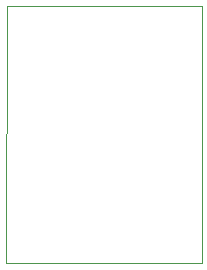
<source format=gbr>
%TF.GenerationSoftware,KiCad,Pcbnew,7.0.2*%
%TF.CreationDate,2024-08-09T14:52:10-04:00*%
%TF.ProjectId,NewPCB,4e657750-4342-42e6-9b69-6361645f7063,rev?*%
%TF.SameCoordinates,Original*%
%TF.FileFunction,Profile,NP*%
%FSLAX46Y46*%
G04 Gerber Fmt 4.6, Leading zero omitted, Abs format (unit mm)*
G04 Created by KiCad (PCBNEW 7.0.2) date 2024-08-09 14:52:10*
%MOMM*%
%LPD*%
G01*
G04 APERTURE LIST*
%TA.AperFunction,Profile*%
%ADD10C,0.100000*%
%TD*%
G04 APERTURE END LIST*
D10*
X139065000Y-96520000D02*
X122428000Y-96520000D01*
X139065000Y-74803000D02*
X139065000Y-96520000D01*
X122555000Y-74803000D02*
X139065000Y-74803000D01*
X122428000Y-96520000D02*
X122555000Y-74803000D01*
M02*

</source>
